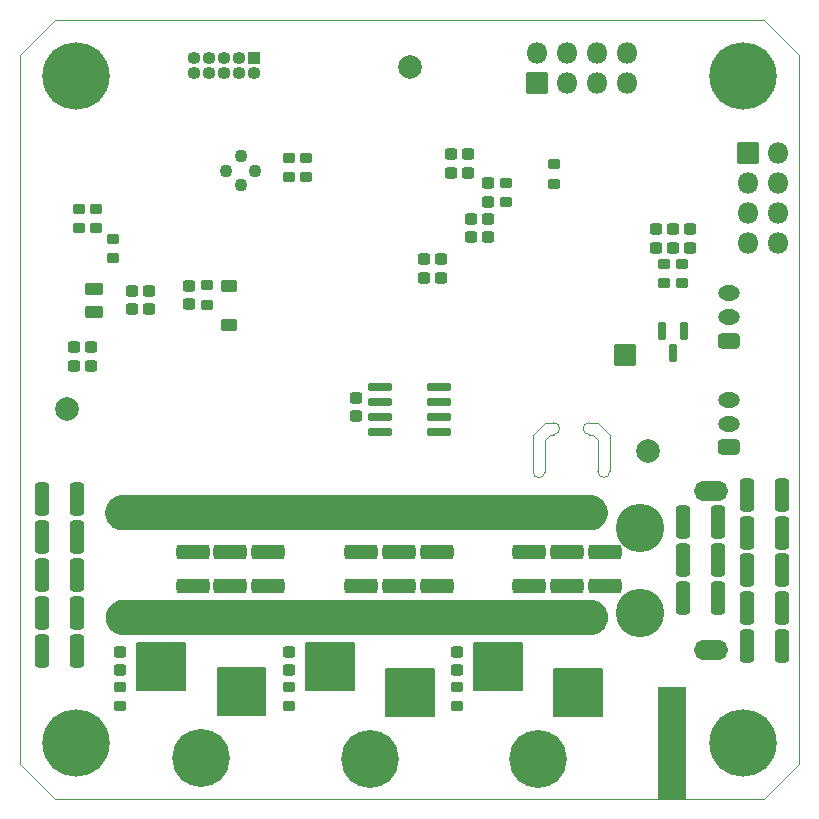
<source format=gbs>
%TF.GenerationSoftware,KiCad,Pcbnew,(5.99.0-10830-g25678ee00d)*%
%TF.CreationDate,2021-08-24T11:38:22+02:00*%
%TF.ProjectId,OpenTurn,4f70656e-5475-4726-9e2e-6b696361645f,rev?*%
%TF.SameCoordinates,Original*%
%TF.FileFunction,Soldermask,Bot*%
%TF.FilePolarity,Negative*%
%FSLAX46Y46*%
G04 Gerber Fmt 4.6, Leading zero omitted, Abs format (unit mm)*
G04 Created by KiCad (PCBNEW (5.99.0-10830-g25678ee00d)) date 2021-08-24 11:38:22*
%MOMM*%
%LPD*%
G01*
G04 APERTURE LIST*
G04 Aperture macros list*
%AMRoundRect*
0 Rectangle with rounded corners*
0 $1 Rounding radius*
0 $2 $3 $4 $5 $6 $7 $8 $9 X,Y pos of 4 corners*
0 Add a 4 corners polygon primitive as box body*
4,1,4,$2,$3,$4,$5,$6,$7,$8,$9,$2,$3,0*
0 Add four circle primitives for the rounded corners*
1,1,$1+$1,$2,$3*
1,1,$1+$1,$4,$5*
1,1,$1+$1,$6,$7*
1,1,$1+$1,$8,$9*
0 Add four rect primitives between the rounded corners*
20,1,$1+$1,$2,$3,$4,$5,0*
20,1,$1+$1,$4,$5,$6,$7,0*
20,1,$1+$1,$6,$7,$8,$9,0*
20,1,$1+$1,$8,$9,$2,$3,0*%
%AMHorizOval*
0 Thick line with rounded ends*
0 $1 width*
0 $2 $3 position (X,Y) of the first rounded end (center of the circle)*
0 $4 $5 position (X,Y) of the second rounded end (center of the circle)*
0 Add line between two ends*
20,1,$1,$2,$3,$4,$5,0*
0 Add two circle primitives to create the rounded ends*
1,1,$1,$2,$3*
1,1,$1,$4,$5*%
G04 Aperture macros list end*
%ADD10C,0.150000*%
%ADD11C,0.100000*%
%TA.AperFunction,Profile*%
%ADD12C,0.050000*%
%TD*%
%ADD13RoundRect,0.270833X0.654167X-0.379167X0.654167X0.379167X-0.654167X0.379167X-0.654167X-0.379167X0*%
%ADD14O,1.850000X1.300000*%
%ADD15RoundRect,0.050000X-0.500000X0.500000X-0.500000X-0.500000X0.500000X-0.500000X0.500000X0.500000X0*%
%ADD16O,1.100000X1.100000*%
%ADD17RoundRect,0.050000X0.850000X-0.850000X0.850000X0.850000X-0.850000X0.850000X-0.850000X-0.850000X0*%
%ADD18O,1.800000X1.800000*%
%ADD19RoundRect,0.050000X-0.850000X-0.850000X0.850000X-0.850000X0.850000X0.850000X-0.850000X0.850000X0*%
%ADD20C,5.700000*%
%ADD21HorizOval,1.100000X0.000000X0.000000X0.000000X0.000000X0*%
%ADD22O,2.900000X1.700000*%
%ADD23C,4.100000*%
%ADD24C,4.900000*%
%ADD25RoundRect,0.225000X-0.300000X0.225000X-0.300000X-0.225000X0.300000X-0.225000X0.300000X0.225000X0*%
%ADD26RoundRect,0.250000X0.275000X-0.250000X0.275000X0.250000X-0.275000X0.250000X-0.275000X-0.250000X0*%
%ADD27RoundRect,0.275000X-0.500000X0.275000X-0.500000X-0.275000X0.500000X-0.275000X0.500000X0.275000X0*%
%ADD28RoundRect,0.250000X-0.275000X0.250000X-0.275000X-0.250000X0.275000X-0.250000X0.275000X0.250000X0*%
%ADD29RoundRect,0.175000X0.850000X0.175000X-0.850000X0.175000X-0.850000X-0.175000X0.850000X-0.175000X0*%
%ADD30RoundRect,0.271739X1.128261X-0.353261X1.128261X0.353261X-1.128261X0.353261X-1.128261X-0.353261X0*%
%ADD31RoundRect,0.271739X-0.353261X-1.128261X0.353261X-1.128261X0.353261X1.128261X-0.353261X1.128261X0*%
%ADD32C,2.000000*%
%ADD33RoundRect,0.225000X0.300000X-0.225000X0.300000X0.225000X-0.300000X0.225000X-0.300000X-0.225000X0*%
%ADD34RoundRect,0.271739X0.353261X1.128261X-0.353261X1.128261X-0.353261X-1.128261X0.353261X-1.128261X0*%
%ADD35RoundRect,0.175000X-0.175000X0.612500X-0.175000X-0.612500X0.175000X-0.612500X0.175000X0.612500X0*%
%ADD36RoundRect,0.050000X-0.600000X0.450000X-0.600000X-0.450000X0.600000X-0.450000X0.600000X0.450000X0*%
G04 APERTURE END LIST*
D10*
X132462500Y-146800000D02*
X136487500Y-146800000D01*
X136487500Y-146800000D02*
X136487500Y-150775000D01*
X136487500Y-150775000D02*
X132462500Y-150775000D01*
X132462500Y-150775000D02*
X132462500Y-146800000D01*
G36*
X132462500Y-146800000D02*
G01*
X136487500Y-146800000D01*
X136487500Y-150775000D01*
X132462500Y-150775000D01*
X132462500Y-146800000D01*
G37*
X139262500Y-148950000D02*
X143287500Y-148950000D01*
X143287500Y-148950000D02*
X143287500Y-152925000D01*
X143287500Y-152925000D02*
X139262500Y-152925000D01*
X139262500Y-152925000D02*
X139262500Y-148950000D01*
G36*
X139262500Y-148950000D02*
G01*
X143287500Y-148950000D01*
X143287500Y-152925000D01*
X139262500Y-152925000D01*
X139262500Y-148950000D01*
G37*
X118237500Y-146800000D02*
X122262500Y-146800000D01*
X122262500Y-146800000D02*
X122262500Y-150775000D01*
X122262500Y-150775000D02*
X118237500Y-150775000D01*
X118237500Y-150775000D02*
X118237500Y-146800000D01*
G36*
X118237500Y-146800000D02*
G01*
X122262500Y-146800000D01*
X122262500Y-150775000D01*
X118237500Y-150775000D01*
X118237500Y-146800000D01*
G37*
X125037500Y-148950000D02*
X129062500Y-148950000D01*
X129062500Y-148950000D02*
X129062500Y-152925000D01*
X129062500Y-152925000D02*
X125037500Y-152925000D01*
X125037500Y-152925000D02*
X125037500Y-148950000D01*
G36*
X125037500Y-148950000D02*
G01*
X129062500Y-148950000D01*
X129062500Y-152925000D01*
X125037500Y-152925000D01*
X125037500Y-148950000D01*
G37*
X110750000Y-148925000D02*
X114775000Y-148925000D01*
X114775000Y-148925000D02*
X114775000Y-152900000D01*
X114775000Y-152900000D02*
X110750000Y-152900000D01*
X110750000Y-152900000D02*
X110750000Y-148925000D01*
G36*
X110750000Y-148925000D02*
G01*
X114775000Y-148925000D01*
X114775000Y-152900000D01*
X110750000Y-152900000D01*
X110750000Y-148925000D01*
G37*
X103950000Y-146775000D02*
X107975000Y-146775000D01*
X107975000Y-146775000D02*
X107975000Y-150750000D01*
X107975000Y-150750000D02*
X103950000Y-150750000D01*
X103950000Y-150750000D02*
X103950000Y-146775000D01*
G36*
X103950000Y-146775000D02*
G01*
X107975000Y-146775000D01*
X107975000Y-150750000D01*
X103950000Y-150750000D01*
X103950000Y-146775000D01*
G37*
D11*
X148024999Y-150475000D02*
X150325000Y-150475000D01*
X150325000Y-150475000D02*
X150325000Y-159975000D01*
X150325000Y-159975000D02*
X148024999Y-159975000D01*
X148024999Y-159975000D02*
X148024999Y-150475000D01*
G36*
X150325000Y-159975000D02*
G01*
X148024999Y-159975000D01*
X148024999Y-150475000D01*
X150325000Y-150475000D01*
X150325000Y-159975000D01*
G37*
X150325000Y-159975000D02*
X148024999Y-159975000D01*
X148024999Y-150475000D01*
X150325000Y-150475000D01*
X150325000Y-159975000D01*
D12*
X94000000Y-157000000D02*
X93999999Y-97000000D01*
X156999999Y-94000000D02*
X96999999Y-94000000D01*
X139200002Y-129125000D02*
X138874998Y-129125000D01*
X143950000Y-129150000D02*
X142925000Y-128125000D01*
X142199998Y-129125000D02*
X142525000Y-129125000D01*
X156999999Y-94000000D02*
X160000000Y-97000000D01*
X142925000Y-128125000D02*
X142200002Y-128125000D01*
X138874998Y-129125000D02*
X138449998Y-129550000D01*
X96999999Y-94000000D02*
X93999999Y-97000000D01*
X139199998Y-128125000D02*
G75*
G02*
X139200002Y-129125000I2J-500000D01*
G01*
X160000000Y-157000000D02*
X160000000Y-97000000D01*
X138474998Y-128125000D02*
X139199998Y-128125000D01*
X97000000Y-160000000D02*
X94000000Y-157000000D01*
X138450000Y-132275000D02*
G75*
G02*
X137450000Y-132275000I-500000J0D01*
G01*
X137450000Y-132275000D02*
X137449998Y-129150000D01*
X142950000Y-132250000D02*
X142950000Y-129550000D01*
X97000000Y-160000000D02*
X157000000Y-160000000D01*
X142525000Y-129125000D02*
X142950000Y-129550000D01*
X142200002Y-128125000D02*
G75*
G03*
X142199998Y-129125000I-2J-500000D01*
G01*
X142950000Y-132250000D02*
G75*
G03*
X143950000Y-132250000I500000J0D01*
G01*
X137449998Y-129150000D02*
X138474998Y-128125000D01*
X138450000Y-132275000D02*
X138449998Y-129550000D01*
X143950000Y-132250000D02*
X143950000Y-129150000D01*
X157000000Y-160000000D02*
X160000000Y-157000000D01*
D13*
X154025000Y-121175000D03*
D14*
X154025000Y-119175000D03*
X154025000Y-117175000D03*
D15*
X113790000Y-97250000D03*
D16*
X113790000Y-98520000D03*
X112520000Y-97250000D03*
X112520000Y-98520000D03*
X111250000Y-97250000D03*
X111250000Y-98520000D03*
X109980000Y-97250000D03*
X109980000Y-98520000D03*
X108710000Y-97250000D03*
X108710000Y-98520000D03*
D17*
X137800000Y-99350000D03*
D18*
X137800000Y-96810000D03*
X140340000Y-99350000D03*
X140340000Y-96810000D03*
X142880000Y-99350000D03*
X142880000Y-96810000D03*
X145420000Y-99350000D03*
X145420000Y-96810000D03*
D19*
X145200000Y-122375000D03*
D20*
X98750000Y-98750000D03*
D21*
X112700000Y-105572918D03*
X111497918Y-106775000D03*
X113902082Y-106775000D03*
X112700000Y-107977082D03*
D20*
X155250000Y-98750000D03*
D22*
X152500000Y-133875000D03*
X152500000Y-147375000D03*
D23*
X146500000Y-137025000D03*
X146500000Y-144225000D03*
D19*
X155650000Y-105300000D03*
D18*
X158190000Y-105300000D03*
X155650000Y-107840000D03*
X158190000Y-107840000D03*
X155650000Y-110380000D03*
X158190000Y-110380000D03*
X155650000Y-112920000D03*
X158190000Y-112920000D03*
D24*
X137875000Y-156554927D03*
X123644665Y-156560669D03*
D20*
X98750000Y-155250000D03*
D24*
X109375000Y-156550000D03*
D13*
X154025000Y-130200000D03*
D14*
X154025000Y-128200000D03*
X154025000Y-126200000D03*
D20*
X155250000Y-155250000D03*
D25*
X116750000Y-105675000D03*
X116750000Y-107325000D03*
X118225000Y-105674999D03*
X118225000Y-107324999D03*
D26*
X133649998Y-112395169D03*
X133649998Y-110845169D03*
X128200004Y-115849999D03*
X128200004Y-114299999D03*
X129674999Y-115849999D03*
X129674999Y-114299999D03*
X98575000Y-123300000D03*
X98575000Y-121750000D03*
D27*
X100300000Y-116825000D03*
X100300000Y-118725000D03*
D28*
X130500000Y-105400000D03*
X130500000Y-106950000D03*
X131974998Y-105400000D03*
X131974998Y-106950000D03*
D26*
X100050000Y-123300000D03*
X100050000Y-121750000D03*
X132165000Y-112395169D03*
X132165000Y-110845169D03*
D29*
X129475000Y-125095000D03*
X129475000Y-126365000D03*
X129475000Y-127635000D03*
X129475000Y-128905000D03*
X124525000Y-128905000D03*
X124525000Y-127635000D03*
X124525000Y-126365000D03*
X124525000Y-125095000D03*
D26*
X149300000Y-113300000D03*
X149300000Y-111750000D03*
D30*
X129300000Y-141985669D03*
X129300000Y-139035669D03*
D31*
X155600000Y-134225000D03*
X158550000Y-134225000D03*
D30*
X122900000Y-141985669D03*
X122900000Y-139035669D03*
D28*
X108350000Y-116549999D03*
X108350000Y-118099999D03*
D32*
X147225000Y-130525000D03*
D25*
X116775000Y-150460669D03*
X116775000Y-152110669D03*
X131025000Y-150460669D03*
X131025000Y-152110669D03*
D30*
X126100000Y-141985669D03*
X126100000Y-139035669D03*
D28*
X102500000Y-147500000D03*
X102500000Y-149050000D03*
D31*
X95875000Y-137825000D03*
X98825000Y-137825000D03*
D26*
X122425000Y-127575000D03*
X122425000Y-126025000D03*
D33*
X135125000Y-109450000D03*
X135125000Y-107800000D03*
D25*
X100450000Y-110025000D03*
X100450000Y-111675000D03*
D33*
X101925000Y-114200000D03*
X101925000Y-112550000D03*
D25*
X98975000Y-110025000D03*
X98975000Y-111675000D03*
D28*
X133650000Y-107850000D03*
X133650000Y-109400000D03*
D25*
X102500000Y-150460669D03*
X102500000Y-152110669D03*
X109825000Y-116500000D03*
X109825000Y-118150000D03*
D26*
X147825000Y-113300001D03*
X147825000Y-111750001D03*
D31*
X95875000Y-141025000D03*
X98825000Y-141025000D03*
D28*
X116750000Y-147500000D03*
X116750000Y-149050000D03*
D32*
X98000000Y-127000000D03*
D34*
X153100000Y-139724999D03*
X150150000Y-139724999D03*
D30*
X115025000Y-141985669D03*
X115025000Y-139035669D03*
D28*
X104975000Y-116975000D03*
X104975000Y-118525000D03*
D35*
X148350000Y-120337500D03*
X150250000Y-120337500D03*
X149300000Y-122212500D03*
D31*
X95875000Y-147425000D03*
X98825000Y-147425000D03*
D30*
X140324999Y-141985669D03*
X140324999Y-139035669D03*
D31*
X95875000Y-144225000D03*
X98825000Y-144225000D03*
D34*
X153100000Y-142924999D03*
X150150000Y-142924999D03*
D30*
X143524999Y-141985669D03*
X143524999Y-139035669D03*
D33*
X148550000Y-116325000D03*
X148550000Y-114675000D03*
D31*
X95875000Y-134625000D03*
X98825000Y-134625000D03*
D28*
X131025000Y-147500000D03*
X131025000Y-149050000D03*
D31*
X155600000Y-137425000D03*
X158550000Y-137425000D03*
D33*
X139225000Y-107875000D03*
X139225000Y-106225000D03*
D28*
X103500000Y-116975000D03*
X103500000Y-118525000D03*
D32*
X127000000Y-98000000D03*
D36*
X111725000Y-116550000D03*
X111725000Y-119850000D03*
D31*
X155600000Y-143825000D03*
X158550000Y-143825000D03*
D26*
X150775000Y-113300001D03*
X150775000Y-111750001D03*
D30*
X111825000Y-141985669D03*
X111825000Y-139035669D03*
X108625000Y-141985669D03*
X108625000Y-139035669D03*
D33*
X150050000Y-116325000D03*
X150050000Y-114675000D03*
D31*
X155600000Y-140625000D03*
X158550000Y-140625000D03*
X155600000Y-147025000D03*
X158550000Y-147025000D03*
D34*
X153100000Y-136525000D03*
X150150000Y-136525000D03*
D30*
X137125000Y-141985669D03*
X137125000Y-139035669D03*
G36*
X142276467Y-134250669D02*
G01*
X142550316Y-134278998D01*
X142569417Y-134282478D01*
X142741381Y-134327732D01*
X142758210Y-134333457D01*
X142933377Y-134407211D01*
X142946255Y-134413519D01*
X143091069Y-134494977D01*
X143108008Y-134506406D01*
X143247439Y-134617951D01*
X143252437Y-134622167D01*
X143334753Y-134695337D01*
X143344698Y-134705220D01*
X143425611Y-134795123D01*
X143433857Y-134805304D01*
X143506728Y-134905502D01*
X143512871Y-134914785D01*
X143568665Y-135007775D01*
X143571236Y-135012265D01*
X143626841Y-135114207D01*
X143632534Y-135126082D01*
X143676883Y-135232520D01*
X143682135Y-135247829D01*
X143737779Y-135451859D01*
X143741114Y-135468358D01*
X143759490Y-135606176D01*
X143760275Y-135613852D01*
X143769380Y-135741323D01*
X143769421Y-135758681D01*
X143760277Y-135895846D01*
X143759451Y-135904117D01*
X143741068Y-136041992D01*
X143737918Y-136057806D01*
X143701791Y-136193280D01*
X143697479Y-136206482D01*
X143632119Y-136374550D01*
X143627384Y-136385230D01*
X143564150Y-136511700D01*
X143554675Y-136527609D01*
X143491190Y-136618301D01*
X143488767Y-136621644D01*
X143405370Y-136732840D01*
X143393665Y-136746335D01*
X143331938Y-136808062D01*
X143327984Y-136811848D01*
X143216104Y-136914405D01*
X143203219Y-136924747D01*
X143112700Y-136988110D01*
X143107224Y-136991735D01*
X143030944Y-137039410D01*
X143028990Y-137040606D01*
X142937885Y-137095269D01*
X142921520Y-137103533D01*
X142810791Y-137149670D01*
X142809125Y-137150350D01*
X142717940Y-137186824D01*
X142701705Y-137192074D01*
X142596883Y-137218280D01*
X142582976Y-137220937D01*
X142444383Y-137239416D01*
X142435589Y-137240276D01*
X142283919Y-137249755D01*
X142276060Y-137250000D01*
X102617844Y-137250000D01*
X102602216Y-137249027D01*
X102458533Y-137231067D01*
X102441695Y-137227786D01*
X102306493Y-137191732D01*
X102293727Y-137187587D01*
X102173832Y-137141473D01*
X102166263Y-137138275D01*
X102043831Y-137081768D01*
X102036297Y-137077980D01*
X101937173Y-137023913D01*
X101923398Y-137015198D01*
X101824065Y-136942955D01*
X101816175Y-136936721D01*
X101686871Y-136825889D01*
X101674046Y-136813195D01*
X101612621Y-136742995D01*
X101607576Y-136736847D01*
X101513234Y-136614204D01*
X101507115Y-136605515D01*
X101424742Y-136477378D01*
X101416328Y-136462044D01*
X101361725Y-136343737D01*
X101358527Y-136336168D01*
X101312413Y-136216273D01*
X101308268Y-136203507D01*
X101272214Y-136068305D01*
X101268933Y-136051467D01*
X101250452Y-135903615D01*
X101249758Y-135896368D01*
X101240579Y-135758681D01*
X101240620Y-135741323D01*
X101249725Y-135613852D01*
X101250510Y-135606177D01*
X101269346Y-135464903D01*
X101271038Y-135455154D01*
X101297935Y-135329636D01*
X101303537Y-135310806D01*
X101349711Y-135190754D01*
X101350324Y-135189190D01*
X101404457Y-135053857D01*
X101418626Y-135027822D01*
X101577466Y-134803577D01*
X101582766Y-134796619D01*
X101663914Y-134697438D01*
X101677144Y-134683571D01*
X101764037Y-134605368D01*
X101776605Y-134595427D01*
X101896623Y-134512337D01*
X101903518Y-134507889D01*
X101995845Y-134452493D01*
X102004322Y-134447839D01*
X102154559Y-134372721D01*
X102165676Y-134367818D01*
X102282808Y-134322767D01*
X102297480Y-134318130D01*
X102443690Y-134281577D01*
X102456432Y-134279081D01*
X102585041Y-134260709D01*
X102594999Y-134259688D01*
X102746080Y-134250245D01*
X102753940Y-134250000D01*
X142263502Y-134250000D01*
X142276467Y-134250669D01*
G37*
G36*
X142306467Y-143100669D02*
G01*
X142580316Y-143128998D01*
X142599417Y-143132478D01*
X142771381Y-143177732D01*
X142788210Y-143183457D01*
X142963377Y-143257211D01*
X142976255Y-143263519D01*
X143121069Y-143344977D01*
X143138008Y-143356406D01*
X143277439Y-143467951D01*
X143282437Y-143472167D01*
X143364753Y-143545337D01*
X143374698Y-143555220D01*
X143455611Y-143645123D01*
X143463857Y-143655304D01*
X143536728Y-143755502D01*
X143542871Y-143764785D01*
X143598665Y-143857775D01*
X143601236Y-143862265D01*
X143656841Y-143964207D01*
X143662534Y-143976082D01*
X143706883Y-144082520D01*
X143712135Y-144097829D01*
X143767779Y-144301859D01*
X143771114Y-144318358D01*
X143789490Y-144456176D01*
X143790275Y-144463852D01*
X143799380Y-144591323D01*
X143799421Y-144608681D01*
X143790277Y-144745846D01*
X143789451Y-144754117D01*
X143771068Y-144891992D01*
X143767918Y-144907806D01*
X143731791Y-145043280D01*
X143727479Y-145056482D01*
X143662119Y-145224551D01*
X143657384Y-145235232D01*
X143594150Y-145361701D01*
X143584675Y-145377609D01*
X143521190Y-145468301D01*
X143518767Y-145471644D01*
X143435370Y-145582840D01*
X143423665Y-145596335D01*
X143361938Y-145658062D01*
X143357984Y-145661848D01*
X143246104Y-145764405D01*
X143233219Y-145774747D01*
X143142700Y-145838110D01*
X143137224Y-145841735D01*
X143060944Y-145889410D01*
X143058990Y-145890606D01*
X142967885Y-145945269D01*
X142951520Y-145953533D01*
X142840791Y-145999670D01*
X142839125Y-146000350D01*
X142747940Y-146036824D01*
X142731705Y-146042074D01*
X142626883Y-146068280D01*
X142612976Y-146070937D01*
X142474383Y-146089416D01*
X142465589Y-146090276D01*
X142313919Y-146099755D01*
X142306060Y-146100000D01*
X102647844Y-146100000D01*
X102632216Y-146099027D01*
X102488533Y-146081067D01*
X102471695Y-146077786D01*
X102336493Y-146041732D01*
X102323727Y-146037587D01*
X102203832Y-145991473D01*
X102196263Y-145988275D01*
X102073831Y-145931768D01*
X102066297Y-145927980D01*
X101967173Y-145873913D01*
X101953398Y-145865198D01*
X101854065Y-145792955D01*
X101846175Y-145786721D01*
X101716871Y-145675889D01*
X101704046Y-145663195D01*
X101642621Y-145592995D01*
X101637576Y-145586847D01*
X101543234Y-145464204D01*
X101537115Y-145455515D01*
X101454742Y-145327378D01*
X101446328Y-145312044D01*
X101391725Y-145193737D01*
X101388527Y-145186168D01*
X101342413Y-145066273D01*
X101338268Y-145053507D01*
X101302214Y-144918305D01*
X101298933Y-144901467D01*
X101280452Y-144753615D01*
X101279758Y-144746368D01*
X101270579Y-144608681D01*
X101270620Y-144591323D01*
X101279725Y-144463852D01*
X101280510Y-144456177D01*
X101299346Y-144314903D01*
X101301038Y-144305154D01*
X101327935Y-144179636D01*
X101333537Y-144160806D01*
X101379711Y-144040754D01*
X101380324Y-144039190D01*
X101434457Y-143903857D01*
X101448626Y-143877822D01*
X101607466Y-143653577D01*
X101612766Y-143646619D01*
X101693914Y-143547438D01*
X101707144Y-143533571D01*
X101794037Y-143455368D01*
X101806605Y-143445427D01*
X101926623Y-143362337D01*
X101933518Y-143357889D01*
X102025845Y-143302493D01*
X102034322Y-143297839D01*
X102184559Y-143222721D01*
X102195676Y-143217818D01*
X102312808Y-143172767D01*
X102327480Y-143168130D01*
X102473690Y-143131577D01*
X102486432Y-143129081D01*
X102615041Y-143110709D01*
X102624999Y-143109688D01*
X102776080Y-143100245D01*
X102783940Y-143100000D01*
X142293502Y-143100000D01*
X142306467Y-143100669D01*
G37*
M02*

</source>
